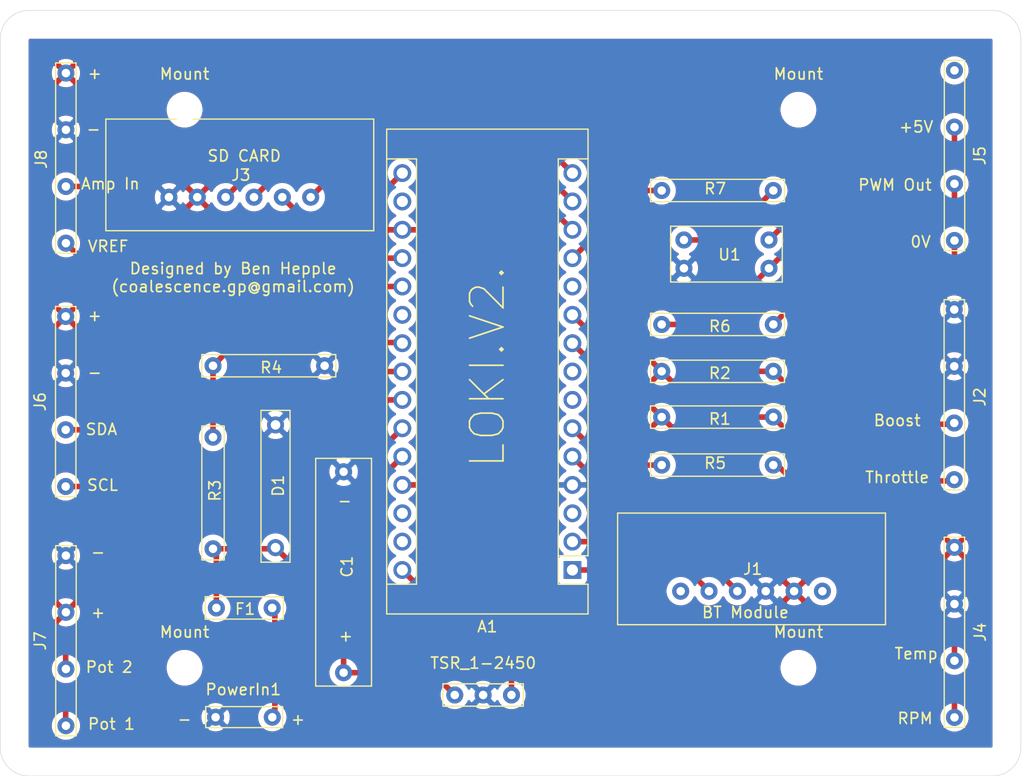
<source format=kicad_pcb>
(kicad_pcb (version 20171130) (host pcbnew "(5.1.9)-1")
  (layers (0 F.Cu signal) (31 B.Cu signal) (34 B.Paste user) (35 F.Paste user) (36 B.SilkS user) (37 F.SilkS user) (38 B.Mask user) (39 F.Mask user) (44 Edge.Cuts user))
  (net 0 "")
  (net 1 BT_Output)
  (net 2 "Net-(A1-Pad17)")
  (net 3 BT_Input)
  (net 4 +5V)
  (net 5 "Net-(A1-Pad3)")
  (net 6 Bat_Read)
  (net 7 0V)
  (net 8 RPM_Int)
  (net 9 Amp_In)
  (net 10 Temp)
  (net 11 VREF)
  (net 12 "Net-(A1-Pad7)")
  (net 13 SDA)
  (net 14 "Net-(A1-Pad8)")
  (net 15 SCL)
  (net 16 Throttle)
  (net 17 Pot_1)
  (net 18 Boost)
  (net 19 Pot_2)
  (net 20 "Net-(A1-Pad11)")
  (net 21 PWM)
  (net 22 "Net-(A1-Pad28)")
  (net 23 ChipSelect)
  (net 24 "Net-(A1-Pad29)")
  (net 25 MOSI)
  (net 26 Vin)
  (net 27 MISO)
  (net 28 SCK)
  (net 29 +24V)
  (net 30 "Net-(F1-Pad2)")
  (net 31 "Net-(J1-Pad6)")
  (net 32 "Net-(J1-Pad1)")
  (net 33 "Net-(J4-Pad1)")
  (net 34 "Net-(J5-Pad1)")
  (net 35 "Net-(J5-Pad2)")
  (net 36 "Net-(J5-Pad3)")
  (net 37 "Net-(J5-Pad4)")
  (net 38 "Net-(R7-Pad1)")
  (net 39 "Net-(A1-Pad21)")
  (module MountingHole:MountingHole_2.2mm_M2 (layer F.Cu) (at 188.35 98.26)
    (fp_text reference Mount (at 0 -3.2) (layer F.SilkS))
    (fp_text value MountingHole_2.2mm_M2)
    (pad 1 np_thru_hole circle (at 0 0) (size 2.2 2.2) (drill 2.2) (layers *.Cu *.Mask))
  )
  (module MountingHole:MountingHole_2.2mm_M2 (layer F.Cu) (at 133.35 98.26)
    (fp_text reference Mount (at 0 -3.2) (layer F.SilkS))
    (fp_text value MountingHole_2.2mm_M2)
    (pad 1 np_thru_hole circle (at 0 0) (size 2.2 2.2) (drill 2.2) (layers *.Cu *.Mask))
  )
  (module MountingHole:MountingHole_2.2mm_M2 (layer F.Cu) (at 188.35 48.26)
    (fp_text reference Mount (at 0 -3.2) (layer F.SilkS))
    (fp_text value MountingHole_2.2mm_M2)
    (pad 1 np_thru_hole circle (at 0 0) (size 2.2 2.2) (drill 2.2) (layers *.Cu *.Mask))
  )
  (module MountingHole:MountingHole_2.2mm_M2 (layer F.Cu) (at 133.35 48.26)
    (fp_text reference Mount (at 0 -3.2) (layer F.SilkS))
    (fp_text value MountingHole_2.2mm_M2)
    (pad 1 np_thru_hole circle (at 0 0) (size 2.2 2.2) (drill 2.2) (layers *.Cu *.Mask))
  )
  (module Module:Arduino_Nano (layer F.Cu) (at 168.1 89.5 180)
    (fp_text reference A1 (at 7.62 -5.08) (layer F.SilkS))
    (fp_text value Arduino_Nano_v3.x)
    (fp_line (start 1.27 1.27) (end 1.27 -1.27) (layer F.SilkS) (width 0.12))
    (fp_line (start 1.27 -1.27) (end -1.4 -1.27) (layer F.SilkS) (width 0.12))
    (fp_line (start -1.4 1.27) (end -1.4 39.5) (layer F.SilkS) (width 0.12))
    (fp_line (start -1.4 -3.94) (end -1.4 -1.27) (layer F.SilkS) (width 0.12))
    (fp_line (start 13.97 -1.27) (end 16.64 -1.27) (layer F.SilkS) (width 0.12))
    (fp_line (start 13.97 -1.27) (end 13.97 36.83) (layer F.SilkS) (width 0.12))
    (fp_line (start 13.97 36.83) (end 16.64 36.83) (layer F.SilkS) (width 0.12))
    (fp_line (start 1.27 1.27) (end -1.4 1.27) (layer F.SilkS) (width 0.12))
    (fp_line (start 1.27 1.27) (end 1.27 36.83) (layer F.SilkS) (width 0.12))
    (fp_line (start 1.27 36.83) (end -1.4 36.83) (layer F.SilkS) (width 0.12))
    (fp_line (start -1.4 39.5) (end 16.64 39.5) (layer F.SilkS) (width 0.12))
    (fp_line (start 16.64 39.5) (end 16.64 -3.94) (layer F.SilkS) (width 0.12))
    (fp_line (start 16.64 -3.94) (end -1.4 -3.94) (layer F.SilkS) (width 0.12))
    (pad 1 thru_hole rect (at 0 0 180) (size 1.6 1.6) (drill 1) (layers *.Cu *.Mask) (net 1 BT_Output))
    (pad 17 thru_hole oval (at 15.24 33.02 180) (size 1.6 1.6) (drill 1) (layers *.Cu *.Mask) (net 2 "Net-(A1-Pad17)"))
    (pad 2 thru_hole oval (at 0 2.54 180) (size 1.6 1.6) (drill 1) (layers *.Cu *.Mask) (net 3 BT_Input))
    (pad 18 thru_hole oval (at 15.24 30.48 180) (size 1.6 1.6) (drill 1) (layers *.Cu *.Mask) (net 4 +5V))
    (pad 3 thru_hole oval (at 0 5.08 180) (size 1.6 1.6) (drill 1) (layers *.Cu *.Mask) (net 5 "Net-(A1-Pad3)"))
    (pad 19 thru_hole oval (at 15.24 27.94 180) (size 1.6 1.6) (drill 1) (layers *.Cu *.Mask) (net 9 Amp_In))
    (pad 4 thru_hole oval (at 0 7.62 180) (size 1.6 1.6) (drill 1) (layers *.Cu *.Mask) (net 7 0V))
    (pad 20 thru_hole oval (at 15.24 25.4 180) (size 1.6 1.6) (drill 1) (layers *.Cu *.Mask) (net 11 VREF))
    (pad 5 thru_hole oval (at 0 10.16 180) (size 1.6 1.6) (drill 1) (layers *.Cu *.Mask) (net 8 RPM_Int))
    (pad 21 thru_hole oval (at 15.24 22.86 180) (size 1.6 1.6) (drill 1) (layers *.Cu *.Mask) (net 39 "Net-(A1-Pad21)"))
    (pad 6 thru_hole oval (at 0 12.7 180) (size 1.6 1.6) (drill 1) (layers *.Cu *.Mask) (net 10 Temp))
    (pad 22 thru_hole oval (at 15.24 20.32 180) (size 1.6 1.6) (drill 1) (layers *.Cu *.Mask) (net 6 Bat_Read))
    (pad 7 thru_hole oval (at 0 15.24 180) (size 1.6 1.6) (drill 1) (layers *.Cu *.Mask) (net 12 "Net-(A1-Pad7)"))
    (pad 23 thru_hole oval (at 15.24 17.78 180) (size 1.6 1.6) (drill 1) (layers *.Cu *.Mask) (net 13 SDA))
    (pad 8 thru_hole oval (at 0 17.78 180) (size 1.6 1.6) (drill 1) (layers *.Cu *.Mask) (net 14 "Net-(A1-Pad8)"))
    (pad 24 thru_hole oval (at 15.24 15.24 180) (size 1.6 1.6) (drill 1) (layers *.Cu *.Mask) (net 15 SCL))
    (pad 9 thru_hole oval (at 0 20.32 180) (size 1.6 1.6) (drill 1) (layers *.Cu *.Mask) (net 16 Throttle))
    (pad 25 thru_hole oval (at 15.24 12.7 180) (size 1.6 1.6) (drill 1) (layers *.Cu *.Mask) (net 17 Pot_1))
    (pad 10 thru_hole oval (at 0 22.86 180) (size 1.6 1.6) (drill 1) (layers *.Cu *.Mask) (net 18 Boost))
    (pad 26 thru_hole oval (at 15.24 10.16 180) (size 1.6 1.6) (drill 1) (layers *.Cu *.Mask) (net 19 Pot_2))
    (pad 11 thru_hole oval (at 0 25.4 180) (size 1.6 1.6) (drill 1) (layers *.Cu *.Mask) (net 20 "Net-(A1-Pad11)"))
    (pad 27 thru_hole oval (at 15.24 7.62 180) (size 1.6 1.6) (drill 1) (layers *.Cu *.Mask) (net 4 +5V))
    (pad 12 thru_hole oval (at 0 27.94 180) (size 1.6 1.6) (drill 1) (layers *.Cu *.Mask) (net 21 PWM))
    (pad 28 thru_hole oval (at 15.24 5.08 180) (size 1.6 1.6) (drill 1) (layers *.Cu *.Mask) (net 22 "Net-(A1-Pad28)"))
    (pad 13 thru_hole oval (at 0 30.48 180) (size 1.6 1.6) (drill 1) (layers *.Cu *.Mask) (net 23 ChipSelect))
    (pad 29 thru_hole oval (at 15.24 2.54 180) (size 1.6 1.6) (drill 1) (layers *.Cu *.Mask) (net 24 "Net-(A1-Pad29)"))
    (pad 14 thru_hole oval (at 0 33.02 180) (size 1.6 1.6) (drill 1) (layers *.Cu *.Mask) (net 25 MOSI))
    (pad 30 thru_hole oval (at 15.24 0 180) (size 1.6 1.6) (drill 1) (layers *.Cu *.Mask) (net 26 Vin))
    (pad 15 thru_hole oval (at 0 35.56 180) (size 1.6 1.6) (drill 1) (layers *.Cu *.Mask) (net 27 MISO))
    (pad 16 thru_hole oval (at 15.24 35.56 180) (size 1.6 1.6) (drill 1) (layers *.Cu *.Mask) (net 28 SCK))
  )
  (module Loki_V2:22uF_Axial_Capacitor (layer F.Cu) (at 147.6 89.7 90)
    (fp_text reference C1 (at 0.5 0.3 90) (layer F.SilkS))
    (fp_text value "22uF 63V")
    (fp_line (start 10.2 -2.5) (end 10.2 2.5) (layer F.SilkS) (width 0.12))
    (fp_line (start -10.2 -2.5) (end -10.2 2.5) (layer F.SilkS) (width 0.12))
    (fp_line (start -10.2 2.5) (end 10.2 2.5) (layer F.SilkS) (width 0.12))
    (fp_line (start 10.2 -2.5) (end -10.2 -2.5) (layer F.SilkS) (width 0.12))
    (pad 2 thru_hole circle (at 9 0 90) (size 1.524 1.524) (drill 0.762) (layers *.Cu *.Mask) (net 7 0V))
    (pad 1 thru_hole circle (at -9 0 90) (size 1.524 1.524) (drill 0.762) (layers *.Cu *.Mask) (net 29 +24V))
  )
  (module Loki_V2:Schottky (layer F.Cu) (at 141.5 82 90)
    (fp_text reference D1 (at 0.05 0.24 90) (layer F.SilkS))
    (fp_text value 1N5819RLG)
    (fp_line (start -6.8 -1.3) (end 6.8 -1.3) (layer F.SilkS) (width 0.12))
    (fp_line (start 6.8 -1.3) (end 6.8 1.3) (layer F.SilkS) (width 0.12))
    (fp_line (start 6.8 1.3) (end -6.8 1.3) (layer F.SilkS) (width 0.12))
    (fp_line (start -6.8 1.3) (end -6.8 -1.3) (layer F.SilkS) (width 0.12))
    (pad 2 thru_hole circle (at 5.5 0 90) (size 1.524 1.524) (drill 0.86) (layers *.Cu *.Mask) (net 7 0V))
    (pad 1 thru_hole circle (at -5.5 0 90) (size 1.524 1.524) (drill 0.86) (layers *.Cu *.Mask) (net 29 +24V))
  )
  (module Loki_V2:PolyFuse (layer F.Cu) (at 138.7 92.9)
    (fp_text reference F1 (at 0.075 0.1) (layer F.SilkS))
    (fp_text value "0.5A P-Fuse")
    (fp_line (start -3.5 -1) (end 3.5 -1) (layer F.SilkS) (width 0.12))
    (fp_line (start -3.5 1) (end -3.5 -1) (layer F.SilkS) (width 0.12))
    (fp_line (start 3.5 -1) (end 3.5 1) (layer F.SilkS) (width 0.12))
    (fp_line (start 3.5 1) (end -3.5 1) (layer F.SilkS) (width 0.12))
    (pad 2 thru_hole circle (at 2.5 0) (size 1.524 1.524) (drill 0.762) (layers *.Cu *.Mask) (net 30 "Net-(F1-Pad2)"))
    (pad 1 thru_hole circle (at -2.5 0) (size 1.524 1.524) (drill 0.762) (layers *.Cu *.Mask) (net 29 +24V))
  )
  (module Loki_V2:SD_Card (layer F.Cu) (at 184.15 91.4)
    (fp_text reference J1 (at 0.1 -1.98) (layer F.SilkS))
    (fp_text value Bluetooth_Ext)
    (fp_line (start 12 3) (end -12 3) (layer F.SilkS) (width 0.12))
    (fp_line (start -12 -7) (end 12 -7) (layer F.SilkS) (width 0.12))
    (fp_line (start 12 3) (end 12 -7) (layer F.SilkS) (width 0.12))
    (fp_line (start -12 -7) (end -12 3) (layer F.SilkS) (width 0.12))
    (pad 6 thru_hole circle (at 6.35 0) (size 1.524 1.524) (drill 0.762) (layers *.Cu *.Mask) (net 31 "Net-(J1-Pad6)"))
    (pad 5 thru_hole circle (at 3.81 0) (size 1.524 1.524) (drill 0.762) (layers *.Cu *.Mask) (net 4 +5V))
    (pad 4 thru_hole circle (at 1.27 0) (size 1.524 1.524) (drill 0.762) (layers *.Cu *.Mask) (net 7 0V))
    (pad 3 thru_hole circle (at -1.27 0) (size 1.524 1.524) (drill 0.762) (layers *.Cu *.Mask) (net 3 BT_Input))
    (pad 2 thru_hole circle (at -3.81 0) (size 1.524 1.524) (drill 0.762) (layers *.Cu *.Mask) (net 1 BT_Output))
    (pad 1 thru_hole circle (at -6.35 0) (size 1.524 1.524) (drill 0.762) (layers *.Cu *.Mask) (net 32 "Net-(J1-Pad1)"))
  )
  (module Loki_V2:Screw_Terminal_X4 (layer F.Cu) (at 202.31 73.79 270)
    (fp_text reference J2 (at 0.21 -2.29 90) (layer F.SilkS))
    (fp_text value Bool_Input)
    (fp_line (start -8.49 -0.92) (end 8.53 -0.92) (layer F.SilkS) (width 0.12))
    (fp_line (start 8.53 -0.92) (end 8.53 0.91) (layer F.SilkS) (width 0.12))
    (fp_line (start 8.53 0.91) (end -8.51 0.91) (layer F.SilkS) (width 0.12))
    (fp_line (start -8.51 0.91) (end -8.51 -0.92) (layer F.SilkS) (width 0.12))
    (pad 4 thru_hole circle (at 7.62 0 270) (size 1.524 1.524) (drill 0.762) (layers *.Cu *.Mask) (net 16 Throttle))
    (pad 3 thru_hole circle (at 2.54 0 270) (size 1.524 1.524) (drill 0.762) (layers *.Cu *.Mask) (net 18 Boost))
    (pad 2 thru_hole circle (at -7.62 0 270) (size 1.524 1.524) (drill 0.762) (layers *.Cu *.Mask) (net 7 0V))
    (pad 1 thru_hole circle (at -2.54 0 270) (size 1.524 1.524) (drill 0.762) (layers *.Cu *.Mask) (net 7 0V))
  )
  (module Loki_V2:SD_Card (layer F.Cu) (at 138.3 56.1)
    (fp_text reference J3 (at 0.1 -1.98) (layer F.SilkS))
    (fp_text value "SD Card Port")
    (fp_line (start -12 -7) (end -12 3) (layer F.SilkS) (width 0.12))
    (fp_line (start 12 3) (end 12 -7) (layer F.SilkS) (width 0.12))
    (fp_line (start -12 -7) (end 12 -7) (layer F.SilkS) (width 0.12))
    (fp_line (start 12 3) (end -12 3) (layer F.SilkS) (width 0.12))
    (pad 1 thru_hole circle (at -6.35 0) (size 1.524 1.524) (drill 0.762) (layers *.Cu *.Mask) (net 7 0V))
    (pad 2 thru_hole circle (at -3.81 0) (size 1.524 1.524) (drill 0.762) (layers *.Cu *.Mask) (net 4 +5V))
    (pad 3 thru_hole circle (at -1.27 0) (size 1.524 1.524) (drill 0.762) (layers *.Cu *.Mask) (net 27 MISO))
    (pad 4 thru_hole circle (at 1.27 0) (size 1.524 1.524) (drill 0.762) (layers *.Cu *.Mask) (net 25 MOSI))
    (pad 5 thru_hole circle (at 3.81 0) (size 1.524 1.524) (drill 0.762) (layers *.Cu *.Mask) (net 28 SCK))
    (pad 6 thru_hole circle (at 6.35 0) (size 1.524 1.524) (drill 0.762) (layers *.Cu *.Mask) (net 23 ChipSelect))
  )
  (module Loki_V2:Screw_Terminal_X4 (layer F.Cu) (at 202.33 95.09 90)
    (fp_text reference J4 (at 0.02 2.3 90) (layer F.SilkS))
    (fp_text value RPM&Temp)
    (fp_line (start -8.51 0.91) (end -8.51 -0.92) (layer F.SilkS) (width 0.12))
    (fp_line (start 8.53 0.91) (end -8.51 0.91) (layer F.SilkS) (width 0.12))
    (fp_line (start 8.53 -0.92) (end 8.53 0.91) (layer F.SilkS) (width 0.12))
    (fp_line (start -8.49 -0.92) (end 8.53 -0.92) (layer F.SilkS) (width 0.12))
    (pad 1 thru_hole circle (at -2.54 0 90) (size 1.524 1.524) (drill 0.762) (layers *.Cu *.Mask) (net 33 "Net-(J4-Pad1)"))
    (pad 2 thru_hole circle (at -7.62 0 90) (size 1.524 1.524) (drill 0.762) (layers *.Cu *.Mask) (net 8 RPM_Int))
    (pad 3 thru_hole circle (at 2.54 0 90) (size 1.524 1.524) (drill 0.762) (layers *.Cu *.Mask) (net 7 0V))
    (pad 4 thru_hole circle (at 7.62 0 90) (size 1.524 1.524) (drill 0.762) (layers *.Cu *.Mask) (net 4 +5V))
  )
  (module Loki_V2:Screw_Terminal_X4 (layer F.Cu) (at 202.33 52.36 270)
    (fp_text reference J5 (at 0.02 -2.27 90) (layer F.SilkS))
    (fp_text value "PWM Out")
    (fp_line (start -8.51 0.91) (end -8.51 -0.92) (layer F.SilkS) (width 0.12))
    (fp_line (start 8.53 0.91) (end -8.51 0.91) (layer F.SilkS) (width 0.12))
    (fp_line (start 8.53 -0.92) (end 8.53 0.91) (layer F.SilkS) (width 0.12))
    (fp_line (start -8.49 -0.92) (end 8.53 -0.92) (layer F.SilkS) (width 0.12))
    (pad 1 thru_hole circle (at -2.54 0 270) (size 1.524 1.524) (drill 0.762) (layers *.Cu *.Mask) (net 34 "Net-(J5-Pad1)"))
    (pad 2 thru_hole circle (at -7.62 0 270) (size 1.524 1.524) (drill 0.762) (layers *.Cu *.Mask) (net 35 "Net-(J5-Pad2)"))
    (pad 3 thru_hole circle (at 2.54 0 270) (size 1.524 1.524) (drill 0.762) (layers *.Cu *.Mask) (net 36 "Net-(J5-Pad3)"))
    (pad 4 thru_hole circle (at 7.62 0 270) (size 1.524 1.524) (drill 0.762) (layers *.Cu *.Mask) (net 37 "Net-(J5-Pad4)"))
  )
  (module Loki_V2:Screw_Terminal_X4 (layer F.Cu) (at 122.7 74.4 270)
    (fp_text reference J6 (at 0.02 2.3 90) (layer F.SilkS))
    (fp_text value "LCD Display")
    (fp_line (start -8.51 0.91) (end -8.51 -0.92) (layer F.SilkS) (width 0.12))
    (fp_line (start 8.53 0.91) (end -8.51 0.91) (layer F.SilkS) (width 0.12))
    (fp_line (start 8.53 -0.92) (end 8.53 0.91) (layer F.SilkS) (width 0.12))
    (fp_line (start -8.49 -0.92) (end 8.53 -0.92) (layer F.SilkS) (width 0.12))
    (pad 1 thru_hole circle (at -2.54 0 270) (size 1.524 1.524) (drill 0.762) (layers *.Cu *.Mask) (net 7 0V))
    (pad 2 thru_hole circle (at -7.62 0 270) (size 1.524 1.524) (drill 0.762) (layers *.Cu *.Mask) (net 4 +5V))
    (pad 3 thru_hole circle (at 2.54 0 270) (size 1.524 1.524) (drill 0.762) (layers *.Cu *.Mask) (net 13 SDA))
    (pad 4 thru_hole circle (at 7.62 0 270) (size 1.524 1.524) (drill 0.762) (layers *.Cu *.Mask) (net 15 SCL))
  )
  (module Loki_V2:Screw_Terminal_X4 (layer F.Cu) (at 122.72 95.83 270)
    (fp_text reference J7 (at 0.02 2.3 90) (layer F.SilkS))
    (fp_text value "Dual Pot ")
    (fp_line (start -8.49 -0.92) (end 8.53 -0.92) (layer F.SilkS) (width 0.12))
    (fp_line (start 8.53 -0.92) (end 8.53 0.91) (layer F.SilkS) (width 0.12))
    (fp_line (start 8.53 0.91) (end -8.51 0.91) (layer F.SilkS) (width 0.12))
    (fp_line (start -8.51 0.91) (end -8.51 -0.92) (layer F.SilkS) (width 0.12))
    (pad 4 thru_hole circle (at 7.62 0 270) (size 1.524 1.524) (drill 0.762) (layers *.Cu *.Mask) (net 19 Pot_2))
    (pad 3 thru_hole circle (at 2.54 0 270) (size 1.524 1.524) (drill 0.762) (layers *.Cu *.Mask) (net 17 Pot_1))
    (pad 2 thru_hole circle (at -7.62 0 270) (size 1.524 1.524) (drill 0.762) (layers *.Cu *.Mask) (net 7 0V))
    (pad 1 thru_hole circle (at -2.54 0 270) (size 1.524 1.524) (drill 0.762) (layers *.Cu *.Mask) (net 4 +5V))
  )
  (module Loki_V2:Screw_Terminal_X4 (layer F.Cu) (at 122.72 52.6 90)
    (fp_text reference J8 (at -0.1 -2.22 90) (layer F.SilkS))
    (fp_text value "Current Sensor")
    (fp_line (start -8.49 -0.92) (end 8.53 -0.92) (layer F.SilkS) (width 0.12))
    (fp_line (start 8.53 -0.92) (end 8.53 0.91) (layer F.SilkS) (width 0.12))
    (fp_line (start 8.53 0.91) (end -8.51 0.91) (layer F.SilkS) (width 0.12))
    (fp_line (start -8.51 0.91) (end -8.51 -0.92) (layer F.SilkS) (width 0.12))
    (pad 4 thru_hole circle (at 7.62 0 90) (size 1.524 1.524) (drill 0.762) (layers *.Cu *.Mask) (net 4 +5V))
    (pad 3 thru_hole circle (at 2.54 0 90) (size 1.524 1.524) (drill 0.762) (layers *.Cu *.Mask) (net 7 0V))
    (pad 2 thru_hole circle (at -7.62 0 90) (size 1.524 1.524) (drill 0.762) (layers *.Cu *.Mask) (net 11 VREF))
    (pad 1 thru_hole circle (at -2.54 0 90) (size 1.524 1.524) (drill 0.762) (layers *.Cu *.Mask) (net 9 Amp_In))
  )
  (module Loki_V2:Screw_Terminal_X2 (layer F.Cu) (at 138.67 102.69 180)
    (fp_text reference PowerIn1 (at 0.06 2.48) (layer F.SilkS))
    (fp_text value Input)
    (fp_line (start -3.44 -0.93) (end 3.42 -0.93) (layer F.SilkS) (width 0.12))
    (fp_line (start 3.42 -0.93) (end 3.42 0.95) (layer F.SilkS) (width 0.12))
    (fp_line (start 3.42 0.95) (end -3.47 0.95) (layer F.SilkS) (width 0.12))
    (fp_line (start -3.47 0.95) (end -3.47 -0.96) (layer F.SilkS) (width 0.12))
    (pad 2 thru_hole circle (at 2.54 0 180) (size 1.524 1.524) (drill 0.762) (layers *.Cu *.Mask) (net 7 0V))
    (pad 1 thru_hole circle (at -2.54 0 180) (size 1.524 1.524) (drill 0.762) (layers *.Cu *.Mask) (net 30 "Net-(F1-Pad2)"))
  )
  (module Loki_V2:Default_Resistor (layer F.Cu) (at 181.1 75.8)
    (fp_text reference R1 (at 0.21 0.17) (layer F.SilkS))
    (fp_text value 10K)
    (fp_line (start -6 -1) (end 6 -1) (layer F.SilkS) (width 0.12))
    (fp_line (start 6 -1) (end 6 1) (layer F.SilkS) (width 0.12))
    (fp_line (start 6 1) (end -6 1) (layer F.SilkS) (width 0.12))
    (fp_line (start -6 1) (end -6 -1) (layer F.SilkS) (width 0.12))
    (pad 2 thru_hole circle (at 5 0) (size 1.524 1.524) (drill 0.762) (layers *.Cu *.Mask) (net 16 Throttle))
    (pad 1 thru_hole circle (at -5 0) (size 1.524 1.524) (drill 0.762) (layers *.Cu *.Mask) (net 4 +5V))
  )
  (module Loki_V2:Default_Resistor (layer F.Cu) (at 181.1 71.7)
    (fp_text reference R2 (at 0.21 0.17) (layer F.SilkS))
    (fp_text value 10K)
    (fp_line (start -6 1) (end -6 -1) (layer F.SilkS) (width 0.12))
    (fp_line (start 6 1) (end -6 1) (layer F.SilkS) (width 0.12))
    (fp_line (start 6 -1) (end 6 1) (layer F.SilkS) (width 0.12))
    (fp_line (start -6 -1) (end 6 -1) (layer F.SilkS) (width 0.12))
    (pad 1 thru_hole circle (at -5 0) (size 1.524 1.524) (drill 0.762) (layers *.Cu *.Mask) (net 4 +5V))
    (pad 2 thru_hole circle (at 5 0) (size 1.524 1.524) (drill 0.762) (layers *.Cu *.Mask) (net 18 Boost))
  )
  (module Loki_V2:Default_Resistor (layer F.Cu) (at 135.9 82.6 90)
    (fp_text reference R3 (at 0.21 0.17 90) (layer F.SilkS))
    (fp_text value 82K)
    (fp_line (start -6 -1) (end 6 -1) (layer F.SilkS) (width 0.12))
    (fp_line (start 6 -1) (end 6 1) (layer F.SilkS) (width 0.12))
    (fp_line (start 6 1) (end -6 1) (layer F.SilkS) (width 0.12))
    (fp_line (start -6 1) (end -6 -1) (layer F.SilkS) (width 0.12))
    (pad 2 thru_hole circle (at 5 0 90) (size 1.524 1.524) (drill 0.762) (layers *.Cu *.Mask) (net 6 Bat_Read))
    (pad 1 thru_hole circle (at -5 0 90) (size 1.524 1.524) (drill 0.762) (layers *.Cu *.Mask) (net 29 +24V))
  )
  (module Loki_V2:Default_Resistor (layer F.Cu) (at 140.9 71.2)
    (fp_text reference R4 (at 0.21 0.17) (layer F.SilkS))
    (fp_text value 16K)
    (fp_line (start -6 1) (end -6 -1) (layer F.SilkS) (width 0.12))
    (fp_line (start 6 1) (end -6 1) (layer F.SilkS) (width 0.12))
    (fp_line (start 6 -1) (end 6 1) (layer F.SilkS) (width 0.12))
    (fp_line (start -6 -1) (end 6 -1) (layer F.SilkS) (width 0.12))
    (pad 1 thru_hole circle (at -5 0) (size 1.524 1.524) (drill 0.762) (layers *.Cu *.Mask) (net 6 Bat_Read))
    (pad 2 thru_hole circle (at 5 0) (size 1.524 1.524) (drill 0.762) (layers *.Cu *.Mask) (net 7 0V))
  )
  (module Loki_V2:Default_Resistor (layer F.Cu) (at 181.1 80.1 180)
    (fp_text reference R5 (at 0.21 0.17) (layer F.SilkS))
    (fp_text value 5.1K)
    (fp_line (start -6 -1) (end 6 -1) (layer F.SilkS) (width 0.12))
    (fp_line (start 6 -1) (end 6 1) (layer F.SilkS) (width 0.12))
    (fp_line (start 6 1) (end -6 1) (layer F.SilkS) (width 0.12))
    (fp_line (start -6 1) (end -6 -1) (layer F.SilkS) (width 0.12))
    (pad 2 thru_hole circle (at 5 0 180) (size 1.524 1.524) (drill 0.762) (layers *.Cu *.Mask) (net 10 Temp))
    (pad 1 thru_hole circle (at -5 0 180) (size 1.524 1.524) (drill 0.762) (layers *.Cu *.Mask) (net 33 "Net-(J4-Pad1)"))
  )
  (module Loki_V2:Default_Resistor (layer F.Cu) (at 181.1 67.5)
    (fp_text reference R6 (at 0.21 0.17) (layer F.SilkS))
    (fp_text value R)
    (fp_line (start -6 1) (end -6 -1) (layer F.SilkS) (width 0.12))
    (fp_line (start 6 1) (end -6 1) (layer F.SilkS) (width 0.12))
    (fp_line (start 6 -1) (end 6 1) (layer F.SilkS) (width 0.12))
    (fp_line (start -6 -1) (end 6 -1) (layer F.SilkS) (width 0.12))
    (pad 1 thru_hole circle (at -5 0) (size 1.524 1.524) (drill 0.762) (layers *.Cu *.Mask) (net 36 "Net-(J5-Pad3)"))
    (pad 2 thru_hole circle (at 5 0) (size 1.524 1.524) (drill 0.762) (layers *.Cu *.Mask) (net 37 "Net-(J5-Pad4)"))
  )
  (module Loki_V2:Default_Resistor (layer F.Cu) (at 181.1 55.5 180)
    (fp_text reference R7 (at 0.21 0.17) (layer F.SilkS))
    (fp_text value R)
    (fp_line (start -6 -1) (end 6 -1) (layer F.SilkS) (width 0.12))
    (fp_line (start 6 -1) (end 6 1) (layer F.SilkS) (width 0.12))
    (fp_line (start 6 1) (end -6 1) (layer F.SilkS) (width 0.12))
    (fp_line (start -6 1) (end -6 -1) (layer F.SilkS) (width 0.12))
    (pad 2 thru_hole circle (at 5 0 180) (size 1.524 1.524) (drill 0.762) (layers *.Cu *.Mask) (net 21 PWM))
    (pad 1 thru_hole circle (at -5 0 180) (size 1.524 1.524) (drill 0.762) (layers *.Cu *.Mask) (net 38 "Net-(R7-Pad1)"))
  )
  (module Loki_V2:2.54mmX3 (layer F.Cu) (at 160.1 100.7 180)
    (fp_text reference TSR_1-2450 (at -0.01 2.86) (layer F.SilkS))
    (fp_text value Screw_Terminal_01x03)
    (fp_line (start -3.6 -1) (end 3.6 -1) (layer F.SilkS) (width 0.12))
    (fp_line (start 3.6 -1) (end 3.6 1) (layer F.SilkS) (width 0.12))
    (fp_line (start 3.6 1) (end -3.6 1) (layer F.SilkS) (width 0.12))
    (fp_line (start -3.6 1) (end -3.6 -1) (layer F.SilkS) (width 0.12))
    (pad 3 thru_hole circle (at 2.54 0 180) (size 1.524 1.524) (drill 0.762) (layers *.Cu *.Mask) (net 29 +24V))
    (pad 2 thru_hole circle (at 0 0) (size 1.524 1.524) (drill 0.762) (layers *.Cu *.Mask) (net 7 0V))
    (pad 1 thru_hole circle (at -2.54 0) (size 1.524 1.524) (drill 0.762) (layers *.Cu *.Mask) (net 26 Vin))
  )
  (module Loki_V2:Optocoupler_K1010_B (layer F.Cu) (at 181.9 61.2)
    (fp_text reference U1 (at 0.275 0.05) (layer F.SilkS))
    (fp_text value SFH617A-1)
    (fp_line (start -5 -2.5) (end 5 -2.5) (layer F.SilkS) (width 0.12))
    (fp_line (start 5 -2.5) (end 5 2.5) (layer F.SilkS) (width 0.12))
    (fp_line (start 5 2.5) (end -5 2.5) (layer F.SilkS) (width 0.12))
    (fp_line (start -5 2.5) (end -5 -2.5) (layer F.SilkS) (width 0.12))
    (pad 4 thru_hole circle (at 3.81 -1.27) (size 1.524 1.524) (drill 0.762) (layers *.Cu *.Mask) (net 34 "Net-(J5-Pad1)"))
    (pad 3 thru_hole circle (at 3.81 1.27) (size 1.524 1.524) (drill 0.762) (layers *.Cu *.Mask) (net 36 "Net-(J5-Pad3)"))
    (pad 2 thru_hole circle (at -3.81 1.27) (size 1.524 1.524) (drill 0.762) (layers *.Cu *.Mask) (net 7 0V))
    (pad 1 thru_hole circle (at -3.81 -1.27) (size 1.524 1.524) (drill 0.762) (layers *.Cu *.Mask) (net 38 "Net-(R7-Pad1)"))
  )
  (gr_line (start 116.84 105.41) (end 116.84 41.91) (layer Edge.Cuts) (width 0.05))
  (gr_line (start 205.74 107.95) (end 119.38 107.95) (layer Edge.Cuts) (width 0.05))
  (gr_line (start 208.28 41.91) (end 208.28 105.41) (layer Edge.Cuts) (width 0.05))
  (gr_line (start 119.38 39.37) (end 205.74 39.37) (layer Edge.Cuts) (width 0.05))
  (gr_arc (start 119.38 41.91) (end 119.38 39.37) (angle -90) (layer Edge.Cuts) (width 0.05))
  (gr_arc (start 119.38 105.41) (end 116.84 105.41) (angle -90) (layer Edge.Cuts) (width 0.05))
  (gr_arc (start 205.74 105.41) (end 205.74 107.95) (angle -90) (layer Edge.Cuts) (width 0.05))
  (gr_arc (start 205.74 41.91) (end 208.28 41.91) (angle -90) (layer Edge.Cuts) (width 0.05))
  (gr_text LOKI.V2. (at 160.5 71.3 90) (layer F.SilkS) (effects (font (size 3 3))))
  (gr_text "Designed by Ben Hepple\n(coalescence.gp@gmail.com)" (at 137.7 63.3) (layer F.SilkS) (effects (font (size 1 1))))
  (gr_text "BT Module" (at 183.6 93.3) (layer F.SilkS) (effects (font (size 1 1))))
  (gr_text RPM (at 198.8 102.8) (layer F.SilkS) (effects (font (size 1 1))))
  (gr_text Temp (at 198.9 97) (layer F.SilkS) (effects (font (size 1 1))))
  (gr_text Boost (at 197.2 76.1) (layer F.SilkS) (effects (font (size 1 1))))
  (gr_text Throttle (at 197.2 81.2) (layer F.SilkS) (effects (font (size 1 1))))
  (gr_text "PWM Out" (at 197 55) (layer F.SilkS) (effects (font (size 1 1))))
  (gr_text +5V (at 198.9 49.8) (layer F.SilkS) (effects (font (size 1 1))))
  (gr_text 0V (at 199.3 60.1) (layer F.SilkS) (effects (font (size 1 1))))
  (gr_text - (at 147.7 83.3) (layer F.SilkS) (effects (font (size 1 1))))
  (gr_text + (at 147.8 95.4) (layer F.SilkS) (effects (font (size 1 1))))
  (gr_text - (at 125.2 50) (layer F.SilkS) (effects (font (size 1 1))))
  (gr_text + (at 125.3 45) (layer F.SilkS) (effects (font (size 1 1))))
  (gr_text "SD CARD" (at 138.7 52.4) (layer F.SilkS) (effects (font (size 1 1))))
  (gr_text "Amp In" (at 126.7 54.9) (layer F.SilkS) (effects (font (size 1 1))))
  (gr_text VREF (at 126.5 60.5) (layer F.SilkS) (effects (font (size 1 1))))
  (gr_text SCL (at 126 81.9) (layer F.SilkS) (effects (font (size 1 1))))
  (gr_text SDA (at 125.9 76.9) (layer F.SilkS) (effects (font (size 1 1))))
  (gr_text + (at 125.3 66.7) (layer F.SilkS) (effects (font (size 1 1))))
  (gr_text - (at 125.3 71.8) (layer F.SilkS) (effects (font (size 1 1))))
  (gr_text + (at 125.6 93.3) (layer F.SilkS) (effects (font (size 1 1))))
  (gr_text - (at 125.6 87.9) (layer F.SilkS) (effects (font (size 1 1))))
  (gr_text "Pot 2" (at 126.6 98.2) (layer F.SilkS) (effects (font (size 1 1))))
  (gr_text "Pot 1" (at 126.8 103.3) (layer F.SilkS) (effects (font (size 1 1))))
  (gr_text + (at 143.51 102.87) (layer F.SilkS) (effects (font (size 1 1))))
  (gr_text - (at 133.35 102.87) (layer F.SilkS) (effects (font (size 1 1))))
  (segment (start 178.44 89.5) (end 180.34 91.4) (width 0.5) (layer F.Cu) (net 1))
  (segment (start 168.1 89.5) (end 178.44 89.5) (width 0.5) (layer F.Cu) (net 1))
  (segment (start 178.44 86.96) (end 182.88 91.4) (width 0.5) (layer F.Cu) (net 3))
  (segment (start 168.1 86.96) (end 178.44 86.96) (width 0.5) (layer F.Cu) (net 3))
  (segment (start 135.9 77.6) (end 135.9 71.2) (width 0.5) (layer F.Cu) (net 6))
  (segment (start 135.9 71.2) (end 137.98 69.12) (width 0.5) (layer F.Cu) (net 6))
  (segment (start 152.8 69.12) (end 152.86 69.18) (width 0.5) (layer F.Cu) (net 6))
  (segment (start 137.98 69.12) (end 152.8 69.12) (width 0.5) (layer F.Cu) (net 6))
  (segment (start 171.42 82.66) (end 168.1 79.34) (width 0.5) (layer F.Cu) (net 8))
  (segment (start 185.53 82.66) (end 171.42 82.66) (width 0.5) (layer F.Cu) (net 8))
  (segment (start 198.6 101.02) (end 198.6 95.73) (width 0.5) (layer F.Cu) (net 8))
  (segment (start 198.6 95.73) (end 185.53 82.66) (width 0.5) (layer F.Cu) (net 8))
  (segment (start 202.33 101.05) (end 202.3 101.02) (width 0.5) (layer F.Cu) (net 8))
  (segment (start 202.3 101.02) (end 198.6 101.02) (width 0.5) (layer F.Cu) (net 8))
  (segment (start 202.33 102.71) (end 202.33 101.05) (width 0.5) (layer F.Cu) (net 8))
  (segment (start 133.58 61.56) (end 152.86 61.56) (width 0.5) (layer F.Cu) (net 9))
  (segment (start 127.16 55.14) (end 122.72 55.14) (width 0.5) (layer F.Cu) (net 9))
  (segment (start 133.58 61.56) (end 127.16 55.14) (width 0.5) (layer F.Cu) (net 9))
  (segment (start 171.4 80.1) (end 168.1 76.8) (width 0.5) (layer F.Cu) (net 10))
  (segment (start 176.1 80.1) (end 171.4 80.1) (width 0.5) (layer F.Cu) (net 10))
  (segment (start 126.6 64.1) (end 122.72 60.22) (width 0.5) (layer F.Cu) (net 11))
  (segment (start 152.86 64.1) (end 126.6 64.1) (width 0.5) (layer F.Cu) (net 11))
  (segment (start 122.7 76.94) (end 130.46 76.94) (width 0.5) (layer F.Cu) (net 13))
  (segment (start 130.46 76.94) (end 134.03 80.51) (width 0.5) (layer F.Cu) (net 13))
  (segment (start 151.07 71.72) (end 152.86 71.72) (width 0.5) (layer F.Cu) (net 13))
  (segment (start 142.28 80.51) (end 151.07 71.72) (width 0.5) (layer F.Cu) (net 13))
  (segment (start 134.03 80.51) (end 142.28 80.51) (width 0.5) (layer F.Cu) (net 13))
  (segment (start 122.7 82.02) (end 143.83 82.02) (width 0.5) (layer F.Cu) (net 15))
  (segment (start 151.59 74.26) (end 152.86 74.26) (width 0.5) (layer F.Cu) (net 15))
  (segment (start 143.83 82.02) (end 151.59 74.26) (width 0.5) (layer F.Cu) (net 15))
  (segment (start 191.82 81.52) (end 186.1 75.8) (width 0.5) (layer F.Cu) (net 16))
  (segment (start 202.3 81.52) (end 191.82 81.52) (width 0.5) (layer F.Cu) (net 16))
  (segment (start 186.1 75.8) (end 178.59 75.8) (width 0.5) (layer F.Cu) (net 16))
  (segment (start 178.59 75.8) (end 176.51 73.72) (width 0.5) (layer F.Cu) (net 16))
  (segment (start 172.64 73.72) (end 168.1 69.18) (width 0.5) (layer F.Cu) (net 16))
  (segment (start 176.51 73.72) (end 172.64 73.72) (width 0.5) (layer F.Cu) (net 16))
  (segment (start 122.7 96.24) (end 134.55 84.39) (width 0.5) (layer F.Cu) (net 17))
  (segment (start 134.55 84.39) (end 146.25 84.39) (width 0.5) (layer F.Cu) (net 17))
  (segment (start 146.25 84.39) (end 151.2 79.44) (width 0.5) (layer F.Cu) (net 17))
  (segment (start 151.2 78.46) (end 152.86 76.8) (width 0.5) (layer F.Cu) (net 17))
  (segment (start 151.2 79.44) (end 151.2 78.46) (width 0.5) (layer F.Cu) (net 17))
  (segment (start 122.7 98.35) (end 122.72 98.37) (width 0.5) (layer F.Cu) (net 17))
  (segment (start 122.7 96.24) (end 122.7 98.35) (width 0.5) (layer F.Cu) (net 17))
  (segment (start 190.84 76.44) (end 186.1 71.7) (width 0.5) (layer F.Cu) (net 18))
  (segment (start 202.3 76.44) (end 190.84 76.44) (width 0.5) (layer F.Cu) (net 18))
  (segment (start 170.99 69.53) (end 168.1 66.64) (width 0.5) (layer F.Cu) (net 18))
  (segment (start 176.336238 69.53) (end 170.99 69.53) (width 0.5) (layer F.Cu) (net 18))
  (segment (start 178.506238 71.7) (end 176.336238 69.53) (width 0.5) (layer F.Cu) (net 18))
  (segment (start 186.1 71.7) (end 178.506238 71.7) (width 0.5) (layer F.Cu) (net 18))
  (segment (start 122.7 101.32) (end 124.46 99.56) (width 0.5) (layer F.Cu) (net 19))
  (segment (start 124.46 99.56) (end 124.46 96.66) (width 0.5) (layer F.Cu) (net 19))
  (segment (start 124.46 96.66) (end 135.27 85.85) (width 0.5) (layer F.Cu) (net 19))
  (segment (start 146.35 85.85) (end 152.86 79.34) (width 0.5) (layer F.Cu) (net 19))
  (segment (start 135.27 85.85) (end 146.35 85.85) (width 0.5) (layer F.Cu) (net 19))
  (segment (start 122.7 103.43) (end 122.72 103.45) (width 0.5) (layer F.Cu) (net 19))
  (segment (start 122.7 101.32) (end 122.7 103.43) (width 0.5) (layer F.Cu) (net 19))
  (segment (start 174.16 55.5) (end 168.1 61.56) (width 0.5) (layer F.Cu) (net 21))
  (segment (start 176.1 55.5) (end 174.16 55.5) (width 0.5) (layer F.Cu) (net 21))
  (segment (start 144.65 56.1) (end 149.02 51.73) (width 0.5) (layer F.Cu) (net 23))
  (segment (start 149.02 51.73) (end 160.79 51.73) (width 0.5) (layer F.Cu) (net 23))
  (segment (start 168.08 59.02) (end 168.1 59.02) (width 0.5) (layer F.Cu) (net 23))
  (segment (start 160.79 51.73) (end 168.08 59.02) (width 0.5) (layer F.Cu) (net 23))
  (segment (start 139.57 56.1) (end 145.4 50.27) (width 0.5) (layer F.Cu) (net 25))
  (segment (start 161.89 50.27) (end 168.1 56.48) (width 0.5) (layer F.Cu) (net 25))
  (segment (start 145.4 50.27) (end 161.89 50.27) (width 0.5) (layer F.Cu) (net 25))
  (segment (start 162.64 99.28) (end 152.86 89.5) (width 0.5) (layer F.Cu) (net 26))
  (segment (start 162.64 100.7) (end 162.64 99.28) (width 0.5) (layer F.Cu) (net 26))
  (segment (start 137.03 56.1) (end 145.05 48.08) (width 0.5) (layer F.Cu) (net 27))
  (segment (start 162.24 48.08) (end 168.1 53.94) (width 0.5) (layer F.Cu) (net 27))
  (segment (start 145.05 48.08) (end 162.24 48.08) (width 0.5) (layer F.Cu) (net 27))
  (segment (start 142.11 56.1) (end 144.48 58.47) (width 0.5) (layer F.Cu) (net 28))
  (segment (start 148.33 58.47) (end 152.86 53.94) (width 0.5) (layer F.Cu) (net 28))
  (segment (start 144.48 58.47) (end 148.33 58.47) (width 0.5) (layer F.Cu) (net 28))
  (segment (start 136.2 87.9) (end 135.9 87.6) (width 0.5) (layer F.Cu) (net 29))
  (segment (start 136.2 92.9) (end 136.2 87.9) (width 0.5) (layer F.Cu) (net 29))
  (segment (start 141.4 87.6) (end 141.5 87.5) (width 0.5) (layer F.Cu) (net 29))
  (segment (start 135.9 87.6) (end 141.4 87.6) (width 0.5) (layer F.Cu) (net 29))
  (segment (start 147.6 93.6) (end 147.6 98.7) (width 0.5) (layer F.Cu) (net 29))
  (segment (start 141.5 87.5) (end 147.6 93.6) (width 0.5) (layer F.Cu) (net 29))
  (segment (start 155.56 98.7) (end 157.56 100.7) (width 0.5) (layer F.Cu) (net 29))
  (segment (start 147.6 98.7) (end 155.56 98.7) (width 0.5) (layer F.Cu) (net 29))
  (segment (start 141.44 102.46) (end 141.21 102.69) (width 0.5) (layer F.Cu) (net 30))
  (segment (start 141.44 93.14) (end 141.44 102.46) (width 0.5) (layer F.Cu) (net 30))
  (segment (start 141.2 92.9) (end 141.44 93.14) (width 0.5) (layer F.Cu) (net 30))
  (segment (start 186.46 80.1) (end 186.1 80.1) (width 0.5) (layer F.Cu) (net 33))
  (segment (start 202.33 95.97) (end 186.46 80.1) (width 0.5) (layer F.Cu) (net 33))
  (segment (start 202.33 97.63) (end 202.33 95.97) (width 0.5) (layer F.Cu) (net 33))
  (segment (start 193.48 52.16) (end 185.71 59.93) (width 0.5) (layer F.Cu) (net 34))
  (segment (start 202.3 52.16) (end 193.48 52.16) (width 0.5) (layer F.Cu) (net 34))
  (segment (start 202.33 52.13) (end 202.3 52.16) (width 0.5) (layer F.Cu) (net 34))
  (segment (start 202.33 49.82) (end 202.33 52.13) (width 0.5) (layer F.Cu) (net 34))
  (segment (start 180.68 67.5) (end 185.71 62.47) (width 0.5) (layer F.Cu) (net 36))
  (segment (start 176.1 67.5) (end 180.68 67.5) (width 0.5) (layer F.Cu) (net 36))
  (segment (start 190.94 57.24) (end 185.71 62.47) (width 0.5) (layer F.Cu) (net 36))
  (segment (start 202.3 57.24) (end 190.94 57.24) (width 0.5) (layer F.Cu) (net 36))
  (segment (start 202.33 57.21) (end 202.3 57.24) (width 0.5) (layer F.Cu) (net 36))
  (segment (start 202.33 54.9) (end 202.33 57.21) (width 0.5) (layer F.Cu) (net 36))
  (segment (start 191.28 62.32) (end 186.1 67.5) (width 0.5) (layer F.Cu) (net 37))
  (segment (start 202.3 62.32) (end 191.28 62.32) (width 0.5) (layer F.Cu) (net 37))
  (segment (start 202.33 62.29) (end 202.3 62.32) (width 0.5) (layer F.Cu) (net 37))
  (segment (start 202.33 59.98) (end 202.33 62.29) (width 0.5) (layer F.Cu) (net 37))
  (segment (start 181.67 59.93) (end 186.1 55.5) (width 0.5) (layer F.Cu) (net 38))
  (segment (start 178.09 59.93) (end 181.67 59.93) (width 0.5) (layer F.Cu) (net 38))
  (zone (net 7) (net_name 0V) (layer B.Cu) (connect_pads (clearance 0.508)) (min_thickness 0.254) (fill yes (arc_segments 32) (thermal_gap 0.508) (thermal_bridge_width 0.508))
    (polygon (pts (xy 205.74 105.41) (xy 119.38 105.41) (xy 119.38 41.91) (xy 205.74 41.91)))
  )
  (zone (net 4) (net_name +5V) (layer F.Cu) (connect_pads (clearance 0.508)) (min_thickness 0.254) (fill yes (arc_segments 32) (thermal_gap 0.508) (thermal_bridge_width 0.508))
    (polygon (pts (xy 205.74 105.41) (xy 119.38 105.41) (xy 119.38 41.91) (xy 205.74 41.91)))
  )
)
</source>
